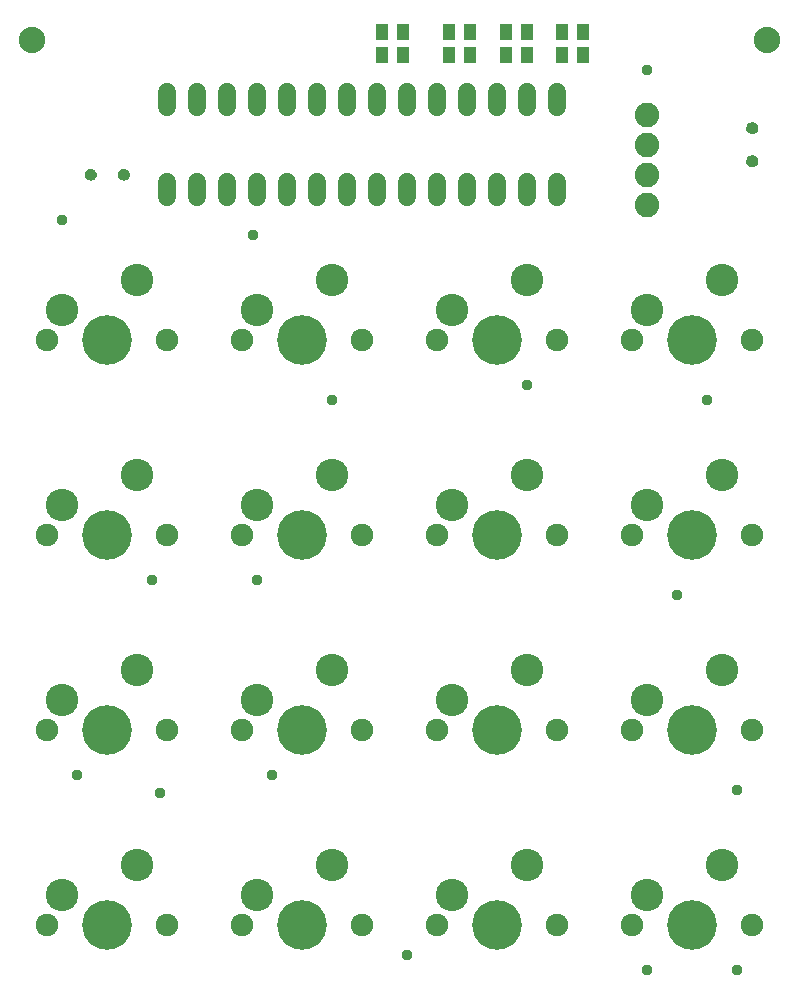
<source format=gbr>
G04 EAGLE Gerber RS-274X export*
G75*
%MOMM*%
%FSLAX34Y34*%
%LPD*%
%INSoldermask Top*%
%IPPOS*%
%AMOC8*
5,1,8,0,0,1.08239X$1,22.5*%
G01*
%ADD10C,2.235200*%
%ADD11C,1.524000*%
%ADD12C,2.082800*%
%ADD13C,2.743200*%
%ADD14C,4.203600*%
%ADD15C,1.917600*%
%ADD16R,1.003200X1.403200*%
%ADD17C,0.959600*%

G36*
X647848Y758173D02*
X647848Y758173D01*
X647939Y758172D01*
X648903Y758303D01*
X648951Y758319D01*
X649040Y758338D01*
X649951Y758680D01*
X649994Y758706D01*
X650078Y758745D01*
X650889Y759282D01*
X650925Y759317D01*
X650998Y759373D01*
X651670Y760077D01*
X651698Y760119D01*
X651756Y760190D01*
X652254Y761026D01*
X652255Y761029D01*
X652257Y761031D01*
X652263Y761050D01*
X652272Y761073D01*
X652312Y761155D01*
X652612Y762081D01*
X652619Y762131D01*
X652641Y762220D01*
X652727Y763189D01*
X652723Y763236D01*
X652726Y763311D01*
X652624Y764287D01*
X652610Y764335D01*
X652594Y764425D01*
X652278Y765354D01*
X652254Y765398D01*
X652217Y765483D01*
X651703Y766318D01*
X651669Y766355D01*
X651615Y766430D01*
X650927Y767130D01*
X650886Y767159D01*
X650817Y767219D01*
X649990Y767748D01*
X649944Y767767D01*
X649863Y767811D01*
X648940Y768143D01*
X648890Y768151D01*
X648801Y768176D01*
X647827Y768294D01*
X647777Y768291D01*
X647691Y768295D01*
X646689Y768200D01*
X646640Y768186D01*
X646550Y768170D01*
X645594Y767854D01*
X645549Y767830D01*
X645465Y767795D01*
X644604Y767273D01*
X644566Y767240D01*
X644491Y767187D01*
X643767Y766487D01*
X643738Y766446D01*
X643677Y766377D01*
X643127Y765534D01*
X643107Y765488D01*
X643063Y765407D01*
X642715Y764463D01*
X642706Y764413D01*
X642681Y764325D01*
X642551Y763327D01*
X642553Y763284D01*
X642552Y763158D01*
X642691Y762147D01*
X642707Y762099D01*
X642726Y762009D01*
X643088Y761054D01*
X643114Y761011D01*
X643153Y760927D01*
X643717Y760077D01*
X643752Y760040D01*
X643809Y759968D01*
X644549Y759264D01*
X644591Y759236D01*
X644662Y759178D01*
X645540Y758657D01*
X645587Y758639D01*
X645669Y758598D01*
X646641Y758285D01*
X646691Y758278D01*
X646780Y758257D01*
X647798Y758168D01*
X647848Y758173D01*
G37*
G36*
X647848Y730182D02*
X647848Y730182D01*
X647939Y730181D01*
X648903Y730312D01*
X648951Y730328D01*
X649040Y730347D01*
X649951Y730689D01*
X649994Y730715D01*
X650078Y730754D01*
X650889Y731291D01*
X650925Y731326D01*
X650998Y731382D01*
X651670Y732086D01*
X651698Y732128D01*
X651756Y732199D01*
X652254Y733035D01*
X652255Y733038D01*
X652257Y733040D01*
X652263Y733059D01*
X652272Y733082D01*
X652312Y733164D01*
X652612Y734090D01*
X652619Y734140D01*
X652641Y734229D01*
X652727Y735198D01*
X652723Y735245D01*
X652726Y735320D01*
X652624Y736296D01*
X652610Y736344D01*
X652594Y736434D01*
X652278Y737363D01*
X652254Y737407D01*
X652217Y737492D01*
X651703Y738327D01*
X651669Y738364D01*
X651615Y738439D01*
X650927Y739139D01*
X650886Y739168D01*
X650817Y739228D01*
X649990Y739757D01*
X649944Y739776D01*
X649863Y739820D01*
X648940Y740152D01*
X648890Y740160D01*
X648801Y740185D01*
X647827Y740303D01*
X647777Y740300D01*
X647691Y740304D01*
X646689Y740209D01*
X646640Y740195D01*
X646550Y740179D01*
X645594Y739863D01*
X645549Y739839D01*
X645465Y739804D01*
X644604Y739282D01*
X644566Y739249D01*
X644491Y739196D01*
X643767Y738496D01*
X643738Y738455D01*
X643677Y738386D01*
X643127Y737543D01*
X643107Y737497D01*
X643063Y737416D01*
X642715Y736472D01*
X642706Y736422D01*
X642681Y736334D01*
X642551Y735336D01*
X642553Y735293D01*
X642552Y735167D01*
X642691Y734156D01*
X642707Y734108D01*
X642726Y734018D01*
X643088Y733063D01*
X643114Y733020D01*
X643153Y732936D01*
X643717Y732086D01*
X643752Y732049D01*
X643809Y731977D01*
X644549Y731273D01*
X644591Y731245D01*
X644662Y731187D01*
X645540Y730666D01*
X645587Y730648D01*
X645669Y730607D01*
X646641Y730294D01*
X646691Y730287D01*
X646780Y730266D01*
X647798Y730177D01*
X647848Y730182D01*
G37*
G36*
X87616Y718753D02*
X87616Y718753D01*
X87742Y718752D01*
X88753Y718891D01*
X88801Y718907D01*
X88891Y718926D01*
X89846Y719288D01*
X89889Y719314D01*
X89973Y719353D01*
X90823Y719917D01*
X90860Y719952D01*
X90932Y720009D01*
X91636Y720749D01*
X91664Y720791D01*
X91722Y720862D01*
X92243Y721740D01*
X92261Y721787D01*
X92302Y721869D01*
X92615Y722841D01*
X92622Y722891D01*
X92643Y722980D01*
X92732Y723998D01*
X92727Y724048D01*
X92728Y724139D01*
X92597Y725103D01*
X92581Y725151D01*
X92562Y725240D01*
X92220Y726151D01*
X92194Y726194D01*
X92155Y726278D01*
X91618Y727089D01*
X91583Y727125D01*
X91527Y727198D01*
X90823Y727870D01*
X90781Y727898D01*
X90710Y727956D01*
X89875Y728454D01*
X89827Y728472D01*
X89745Y728512D01*
X88820Y728812D01*
X88769Y728819D01*
X88680Y728841D01*
X87711Y728927D01*
X87664Y728923D01*
X87589Y728926D01*
X86613Y728824D01*
X86565Y728810D01*
X86475Y728794D01*
X85546Y728478D01*
X85502Y728454D01*
X85417Y728417D01*
X84582Y727903D01*
X84545Y727869D01*
X84470Y727815D01*
X83771Y727127D01*
X83741Y727086D01*
X83681Y727017D01*
X83152Y726190D01*
X83133Y726144D01*
X83089Y726063D01*
X82757Y725140D01*
X82749Y725090D01*
X82724Y725001D01*
X82606Y724027D01*
X82609Y723977D01*
X82605Y723891D01*
X82700Y722889D01*
X82714Y722840D01*
X82730Y722750D01*
X83046Y721794D01*
X83070Y721749D01*
X83106Y721665D01*
X83627Y720804D01*
X83660Y720766D01*
X83713Y720691D01*
X84413Y719967D01*
X84454Y719938D01*
X84523Y719877D01*
X85366Y719327D01*
X85412Y719307D01*
X85493Y719263D01*
X86437Y718915D01*
X86487Y718906D01*
X86575Y718881D01*
X87573Y718751D01*
X87616Y718753D01*
G37*
G36*
X115607Y718753D02*
X115607Y718753D01*
X115733Y718752D01*
X116744Y718891D01*
X116792Y718907D01*
X116882Y718926D01*
X117837Y719288D01*
X117880Y719314D01*
X117964Y719353D01*
X118814Y719917D01*
X118851Y719952D01*
X118923Y720009D01*
X119627Y720749D01*
X119655Y720791D01*
X119713Y720862D01*
X120234Y721740D01*
X120252Y721787D01*
X120293Y721869D01*
X120606Y722841D01*
X120613Y722891D01*
X120634Y722980D01*
X120723Y723998D01*
X120718Y724048D01*
X120719Y724139D01*
X120588Y725103D01*
X120572Y725151D01*
X120553Y725240D01*
X120211Y726151D01*
X120185Y726194D01*
X120146Y726278D01*
X119609Y727089D01*
X119574Y727125D01*
X119518Y727198D01*
X118814Y727870D01*
X118772Y727898D01*
X118701Y727956D01*
X117866Y728454D01*
X117818Y728472D01*
X117736Y728512D01*
X116811Y728812D01*
X116760Y728819D01*
X116671Y728841D01*
X115702Y728927D01*
X115655Y728923D01*
X115580Y728926D01*
X114604Y728824D01*
X114556Y728810D01*
X114466Y728794D01*
X113537Y728478D01*
X113493Y728454D01*
X113408Y728417D01*
X112573Y727903D01*
X112536Y727869D01*
X112461Y727815D01*
X111762Y727127D01*
X111732Y727086D01*
X111672Y727017D01*
X111143Y726190D01*
X111124Y726144D01*
X111080Y726063D01*
X110748Y725140D01*
X110740Y725090D01*
X110715Y725001D01*
X110597Y724027D01*
X110600Y723977D01*
X110596Y723891D01*
X110691Y722889D01*
X110705Y722840D01*
X110721Y722750D01*
X111037Y721794D01*
X111061Y721749D01*
X111097Y721665D01*
X111618Y720804D01*
X111651Y720766D01*
X111704Y720691D01*
X112404Y719967D01*
X112445Y719938D01*
X112514Y719877D01*
X113357Y719327D01*
X113403Y719307D01*
X113484Y719263D01*
X114428Y718915D01*
X114478Y718906D01*
X114566Y718881D01*
X115564Y718751D01*
X115607Y718753D01*
G37*
D10*
X38100Y838200D03*
X660400Y838200D03*
D11*
X152400Y717804D02*
X152400Y704596D01*
X177800Y704596D02*
X177800Y717804D01*
X203200Y717804D02*
X203200Y704596D01*
X228600Y704596D02*
X228600Y717804D01*
X254000Y717804D02*
X254000Y704596D01*
X279400Y704596D02*
X279400Y717804D01*
X304800Y717804D02*
X304800Y704596D01*
X330200Y704596D02*
X330200Y717804D01*
X355600Y717804D02*
X355600Y704596D01*
X381000Y704596D02*
X381000Y717804D01*
X406400Y717804D02*
X406400Y704596D01*
X431800Y704596D02*
X431800Y717804D01*
X457200Y717804D02*
X457200Y704596D01*
X482600Y704596D02*
X482600Y717804D01*
X482600Y780796D02*
X482600Y794004D01*
X457200Y794004D02*
X457200Y780796D01*
X431800Y780796D02*
X431800Y794004D01*
X406400Y794004D02*
X406400Y780796D01*
X381000Y780796D02*
X381000Y794004D01*
X355600Y794004D02*
X355600Y780796D01*
X330200Y780796D02*
X330200Y794004D01*
X304800Y794004D02*
X304800Y780796D01*
X279400Y780796D02*
X279400Y794004D01*
X254000Y794004D02*
X254000Y780796D01*
X228600Y780796D02*
X228600Y794004D01*
X203200Y794004D02*
X203200Y780796D01*
X177800Y780796D02*
X177800Y794004D01*
X152400Y794004D02*
X152400Y780796D01*
D12*
X558800Y774700D03*
X558800Y749300D03*
X558800Y723900D03*
X558800Y698500D03*
D13*
X63500Y609600D03*
X127000Y635000D03*
D14*
X101600Y584200D03*
D15*
X152400Y584200D03*
X50800Y584200D03*
D13*
X63500Y444500D03*
X127000Y469900D03*
D14*
X101600Y419100D03*
D15*
X152400Y419100D03*
X50800Y419100D03*
D13*
X63500Y279400D03*
X127000Y304800D03*
D14*
X101600Y254000D03*
D15*
X152400Y254000D03*
X50800Y254000D03*
D13*
X63500Y114300D03*
X127000Y139700D03*
D14*
X101600Y88900D03*
D15*
X152400Y88900D03*
X50800Y88900D03*
D13*
X228600Y609600D03*
X292100Y635000D03*
D14*
X266700Y584200D03*
D15*
X317500Y584200D03*
X215900Y584200D03*
D13*
X228600Y444500D03*
X292100Y469900D03*
D14*
X266700Y419100D03*
D15*
X317500Y419100D03*
X215900Y419100D03*
D13*
X228600Y279400D03*
X292100Y304800D03*
D14*
X266700Y254000D03*
D15*
X317500Y254000D03*
X215900Y254000D03*
D13*
X228600Y114300D03*
X292100Y139700D03*
D14*
X266700Y88900D03*
D15*
X317500Y88900D03*
X215900Y88900D03*
D13*
X393700Y609600D03*
X457200Y635000D03*
D14*
X431800Y584200D03*
D15*
X482600Y584200D03*
X381000Y584200D03*
D13*
X393700Y444500D03*
X457200Y469900D03*
D14*
X431800Y419100D03*
D15*
X482600Y419100D03*
X381000Y419100D03*
D13*
X393700Y279400D03*
X457200Y304800D03*
D14*
X431800Y254000D03*
D15*
X482600Y254000D03*
X381000Y254000D03*
D13*
X393700Y114300D03*
X457200Y139700D03*
D14*
X431800Y88900D03*
D15*
X482600Y88900D03*
X381000Y88900D03*
D13*
X558800Y609600D03*
X622300Y635000D03*
D14*
X596900Y584200D03*
D15*
X647700Y584200D03*
X546100Y584200D03*
D13*
X558800Y444500D03*
X622300Y469900D03*
D14*
X596900Y419100D03*
D15*
X647700Y419100D03*
X546100Y419100D03*
D13*
X558800Y279400D03*
X622300Y304800D03*
D14*
X596900Y254000D03*
D15*
X647700Y254000D03*
X546100Y254000D03*
D13*
X558800Y114300D03*
X622300Y139700D03*
D14*
X596900Y88900D03*
D15*
X647700Y88900D03*
X546100Y88900D03*
D16*
X486300Y844550D03*
X504300Y844550D03*
X486300Y825500D03*
X504300Y825500D03*
X439310Y844550D03*
X457310Y844550D03*
X439310Y825500D03*
X457310Y825500D03*
X409050Y844550D03*
X391050Y844550D03*
X409050Y825500D03*
X391050Y825500D03*
X351900Y844550D03*
X333900Y844550D03*
X351900Y825500D03*
X333900Y825500D03*
D17*
X558800Y812800D03*
X63500Y685800D03*
X139700Y381000D03*
X228600Y381000D03*
X76200Y215900D03*
X241300Y215900D03*
X635000Y203200D03*
X609600Y533400D03*
X292100Y533400D03*
X558800Y50800D03*
X355600Y63500D03*
X635000Y50800D03*
X457200Y546100D03*
X224790Y673100D03*
X146050Y200660D03*
X584200Y368300D03*
M02*

</source>
